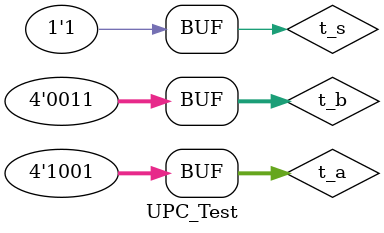
<source format=v>
module UPC_Test;

	wire [3: 0] t_r;
	wire t_c4;
	wire t_v;
	reg [3: 0]  t_a, t_b;
	reg t_s;
	
	UPC_Add_Sub_4 f(t_r, t_c4, t_v, t_a, t_b, t_s);
	
	initial begin
	
		t_a = 4'b0001; t_b = 4'b0001; t_s = 0;
		#100
		
		t_a = 4'b0001; t_b = 4'b1001; t_s = 0;
		#100
		
		t_a = 4'b1001; t_b = 4'b0011; t_s = 0;
		#100
		
		t_a = 4'b0001; t_b = 4'b0001; t_s = 1;
		#100
		
		t_a = 4'b0001; t_b = 4'b1001; t_s = 1;
		#100
		
		t_a = 4'b1001; t_b = 4'b0011; t_s = 1;
		#100;
		
	end
	
	initial
		$monitor("A = %4b B = %4b S = %b Result= %b%4b OverFelow= %b",t_a,t_b,t_s,t_c4,t_r,t_v);
		
endmodule
</source>
